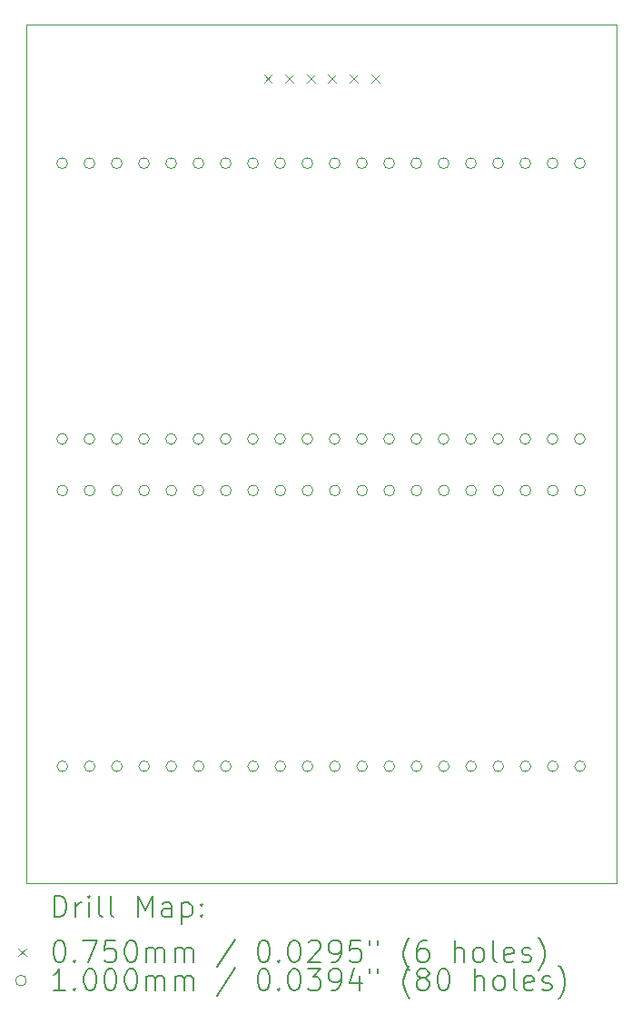
<source format=gbr>
%TF.GenerationSoftware,KiCad,Pcbnew,8.0.5*%
%TF.CreationDate,2025-05-01T20:48:10-04:00*%
%TF.ProjectId,CanSat_Camera_Board,43616e53-6174-45f4-9361-6d6572615f42,rev?*%
%TF.SameCoordinates,Original*%
%TF.FileFunction,Drillmap*%
%TF.FilePolarity,Positive*%
%FSLAX45Y45*%
G04 Gerber Fmt 4.5, Leading zero omitted, Abs format (unit mm)*
G04 Created by KiCad (PCBNEW 8.0.5) date 2025-05-01 20:48:10*
%MOMM*%
%LPD*%
G01*
G04 APERTURE LIST*
%ADD10C,0.050000*%
%ADD11C,0.200000*%
%ADD12C,0.100000*%
G04 APERTURE END LIST*
D10*
X12250000Y-6000000D02*
X17750000Y-6000000D01*
X17750000Y-14000000D01*
X12250000Y-14000000D01*
X12250000Y-6000000D01*
D11*
D12*
X14462500Y-6462500D02*
X14537500Y-6537500D01*
X14537500Y-6462500D02*
X14462500Y-6537500D01*
X14662500Y-6462500D02*
X14737500Y-6537500D01*
X14737500Y-6462500D02*
X14662500Y-6537500D01*
X14862500Y-6462500D02*
X14937500Y-6537500D01*
X14937500Y-6462500D02*
X14862500Y-6537500D01*
X15062500Y-6462500D02*
X15137500Y-6537500D01*
X15137500Y-6462500D02*
X15062500Y-6537500D01*
X15262500Y-6462500D02*
X15337500Y-6537500D01*
X15337500Y-6462500D02*
X15262500Y-6537500D01*
X15462500Y-6462500D02*
X15537500Y-6537500D01*
X15537500Y-6462500D02*
X15462500Y-6537500D01*
X12632000Y-7290000D02*
G75*
G02*
X12532000Y-7290000I-50000J0D01*
G01*
X12532000Y-7290000D02*
G75*
G02*
X12632000Y-7290000I50000J0D01*
G01*
X12632000Y-9860000D02*
G75*
G02*
X12532000Y-9860000I-50000J0D01*
G01*
X12532000Y-9860000D02*
G75*
G02*
X12632000Y-9860000I50000J0D01*
G01*
X12634000Y-10340000D02*
G75*
G02*
X12534000Y-10340000I-50000J0D01*
G01*
X12534000Y-10340000D02*
G75*
G02*
X12634000Y-10340000I50000J0D01*
G01*
X12634000Y-12910000D02*
G75*
G02*
X12534000Y-12910000I-50000J0D01*
G01*
X12534000Y-12910000D02*
G75*
G02*
X12634000Y-12910000I50000J0D01*
G01*
X12886000Y-7290000D02*
G75*
G02*
X12786000Y-7290000I-50000J0D01*
G01*
X12786000Y-7290000D02*
G75*
G02*
X12886000Y-7290000I50000J0D01*
G01*
X12886000Y-9860000D02*
G75*
G02*
X12786000Y-9860000I-50000J0D01*
G01*
X12786000Y-9860000D02*
G75*
G02*
X12886000Y-9860000I50000J0D01*
G01*
X12888000Y-10340000D02*
G75*
G02*
X12788000Y-10340000I-50000J0D01*
G01*
X12788000Y-10340000D02*
G75*
G02*
X12888000Y-10340000I50000J0D01*
G01*
X12888000Y-12910000D02*
G75*
G02*
X12788000Y-12910000I-50000J0D01*
G01*
X12788000Y-12910000D02*
G75*
G02*
X12888000Y-12910000I50000J0D01*
G01*
X13140000Y-7290000D02*
G75*
G02*
X13040000Y-7290000I-50000J0D01*
G01*
X13040000Y-7290000D02*
G75*
G02*
X13140000Y-7290000I50000J0D01*
G01*
X13140000Y-9860000D02*
G75*
G02*
X13040000Y-9860000I-50000J0D01*
G01*
X13040000Y-9860000D02*
G75*
G02*
X13140000Y-9860000I50000J0D01*
G01*
X13142000Y-10340000D02*
G75*
G02*
X13042000Y-10340000I-50000J0D01*
G01*
X13042000Y-10340000D02*
G75*
G02*
X13142000Y-10340000I50000J0D01*
G01*
X13142000Y-12910000D02*
G75*
G02*
X13042000Y-12910000I-50000J0D01*
G01*
X13042000Y-12910000D02*
G75*
G02*
X13142000Y-12910000I50000J0D01*
G01*
X13394000Y-7290000D02*
G75*
G02*
X13294000Y-7290000I-50000J0D01*
G01*
X13294000Y-7290000D02*
G75*
G02*
X13394000Y-7290000I50000J0D01*
G01*
X13394000Y-9860000D02*
G75*
G02*
X13294000Y-9860000I-50000J0D01*
G01*
X13294000Y-9860000D02*
G75*
G02*
X13394000Y-9860000I50000J0D01*
G01*
X13396000Y-10340000D02*
G75*
G02*
X13296000Y-10340000I-50000J0D01*
G01*
X13296000Y-10340000D02*
G75*
G02*
X13396000Y-10340000I50000J0D01*
G01*
X13396000Y-12910000D02*
G75*
G02*
X13296000Y-12910000I-50000J0D01*
G01*
X13296000Y-12910000D02*
G75*
G02*
X13396000Y-12910000I50000J0D01*
G01*
X13648000Y-7290000D02*
G75*
G02*
X13548000Y-7290000I-50000J0D01*
G01*
X13548000Y-7290000D02*
G75*
G02*
X13648000Y-7290000I50000J0D01*
G01*
X13648000Y-9860000D02*
G75*
G02*
X13548000Y-9860000I-50000J0D01*
G01*
X13548000Y-9860000D02*
G75*
G02*
X13648000Y-9860000I50000J0D01*
G01*
X13650000Y-10340000D02*
G75*
G02*
X13550000Y-10340000I-50000J0D01*
G01*
X13550000Y-10340000D02*
G75*
G02*
X13650000Y-10340000I50000J0D01*
G01*
X13650000Y-12910000D02*
G75*
G02*
X13550000Y-12910000I-50000J0D01*
G01*
X13550000Y-12910000D02*
G75*
G02*
X13650000Y-12910000I50000J0D01*
G01*
X13902000Y-7290000D02*
G75*
G02*
X13802000Y-7290000I-50000J0D01*
G01*
X13802000Y-7290000D02*
G75*
G02*
X13902000Y-7290000I50000J0D01*
G01*
X13902000Y-9860000D02*
G75*
G02*
X13802000Y-9860000I-50000J0D01*
G01*
X13802000Y-9860000D02*
G75*
G02*
X13902000Y-9860000I50000J0D01*
G01*
X13904000Y-10340000D02*
G75*
G02*
X13804000Y-10340000I-50000J0D01*
G01*
X13804000Y-10340000D02*
G75*
G02*
X13904000Y-10340000I50000J0D01*
G01*
X13904000Y-12910000D02*
G75*
G02*
X13804000Y-12910000I-50000J0D01*
G01*
X13804000Y-12910000D02*
G75*
G02*
X13904000Y-12910000I50000J0D01*
G01*
X14156000Y-7290000D02*
G75*
G02*
X14056000Y-7290000I-50000J0D01*
G01*
X14056000Y-7290000D02*
G75*
G02*
X14156000Y-7290000I50000J0D01*
G01*
X14156000Y-9860000D02*
G75*
G02*
X14056000Y-9860000I-50000J0D01*
G01*
X14056000Y-9860000D02*
G75*
G02*
X14156000Y-9860000I50000J0D01*
G01*
X14158000Y-10340000D02*
G75*
G02*
X14058000Y-10340000I-50000J0D01*
G01*
X14058000Y-10340000D02*
G75*
G02*
X14158000Y-10340000I50000J0D01*
G01*
X14158000Y-12910000D02*
G75*
G02*
X14058000Y-12910000I-50000J0D01*
G01*
X14058000Y-12910000D02*
G75*
G02*
X14158000Y-12910000I50000J0D01*
G01*
X14410000Y-7290000D02*
G75*
G02*
X14310000Y-7290000I-50000J0D01*
G01*
X14310000Y-7290000D02*
G75*
G02*
X14410000Y-7290000I50000J0D01*
G01*
X14410000Y-9860000D02*
G75*
G02*
X14310000Y-9860000I-50000J0D01*
G01*
X14310000Y-9860000D02*
G75*
G02*
X14410000Y-9860000I50000J0D01*
G01*
X14412000Y-10340000D02*
G75*
G02*
X14312000Y-10340000I-50000J0D01*
G01*
X14312000Y-10340000D02*
G75*
G02*
X14412000Y-10340000I50000J0D01*
G01*
X14412000Y-12910000D02*
G75*
G02*
X14312000Y-12910000I-50000J0D01*
G01*
X14312000Y-12910000D02*
G75*
G02*
X14412000Y-12910000I50000J0D01*
G01*
X14664000Y-7290000D02*
G75*
G02*
X14564000Y-7290000I-50000J0D01*
G01*
X14564000Y-7290000D02*
G75*
G02*
X14664000Y-7290000I50000J0D01*
G01*
X14664000Y-9860000D02*
G75*
G02*
X14564000Y-9860000I-50000J0D01*
G01*
X14564000Y-9860000D02*
G75*
G02*
X14664000Y-9860000I50000J0D01*
G01*
X14666000Y-10340000D02*
G75*
G02*
X14566000Y-10340000I-50000J0D01*
G01*
X14566000Y-10340000D02*
G75*
G02*
X14666000Y-10340000I50000J0D01*
G01*
X14666000Y-12910000D02*
G75*
G02*
X14566000Y-12910000I-50000J0D01*
G01*
X14566000Y-12910000D02*
G75*
G02*
X14666000Y-12910000I50000J0D01*
G01*
X14918000Y-7290000D02*
G75*
G02*
X14818000Y-7290000I-50000J0D01*
G01*
X14818000Y-7290000D02*
G75*
G02*
X14918000Y-7290000I50000J0D01*
G01*
X14918000Y-9860000D02*
G75*
G02*
X14818000Y-9860000I-50000J0D01*
G01*
X14818000Y-9860000D02*
G75*
G02*
X14918000Y-9860000I50000J0D01*
G01*
X14920000Y-10340000D02*
G75*
G02*
X14820000Y-10340000I-50000J0D01*
G01*
X14820000Y-10340000D02*
G75*
G02*
X14920000Y-10340000I50000J0D01*
G01*
X14920000Y-12910000D02*
G75*
G02*
X14820000Y-12910000I-50000J0D01*
G01*
X14820000Y-12910000D02*
G75*
G02*
X14920000Y-12910000I50000J0D01*
G01*
X15172000Y-7290000D02*
G75*
G02*
X15072000Y-7290000I-50000J0D01*
G01*
X15072000Y-7290000D02*
G75*
G02*
X15172000Y-7290000I50000J0D01*
G01*
X15172000Y-9860000D02*
G75*
G02*
X15072000Y-9860000I-50000J0D01*
G01*
X15072000Y-9860000D02*
G75*
G02*
X15172000Y-9860000I50000J0D01*
G01*
X15174000Y-10340000D02*
G75*
G02*
X15074000Y-10340000I-50000J0D01*
G01*
X15074000Y-10340000D02*
G75*
G02*
X15174000Y-10340000I50000J0D01*
G01*
X15174000Y-12910000D02*
G75*
G02*
X15074000Y-12910000I-50000J0D01*
G01*
X15074000Y-12910000D02*
G75*
G02*
X15174000Y-12910000I50000J0D01*
G01*
X15426000Y-7290000D02*
G75*
G02*
X15326000Y-7290000I-50000J0D01*
G01*
X15326000Y-7290000D02*
G75*
G02*
X15426000Y-7290000I50000J0D01*
G01*
X15426000Y-9860000D02*
G75*
G02*
X15326000Y-9860000I-50000J0D01*
G01*
X15326000Y-9860000D02*
G75*
G02*
X15426000Y-9860000I50000J0D01*
G01*
X15428000Y-10340000D02*
G75*
G02*
X15328000Y-10340000I-50000J0D01*
G01*
X15328000Y-10340000D02*
G75*
G02*
X15428000Y-10340000I50000J0D01*
G01*
X15428000Y-12910000D02*
G75*
G02*
X15328000Y-12910000I-50000J0D01*
G01*
X15328000Y-12910000D02*
G75*
G02*
X15428000Y-12910000I50000J0D01*
G01*
X15680000Y-7290000D02*
G75*
G02*
X15580000Y-7290000I-50000J0D01*
G01*
X15580000Y-7290000D02*
G75*
G02*
X15680000Y-7290000I50000J0D01*
G01*
X15680000Y-9860000D02*
G75*
G02*
X15580000Y-9860000I-50000J0D01*
G01*
X15580000Y-9860000D02*
G75*
G02*
X15680000Y-9860000I50000J0D01*
G01*
X15682000Y-10340000D02*
G75*
G02*
X15582000Y-10340000I-50000J0D01*
G01*
X15582000Y-10340000D02*
G75*
G02*
X15682000Y-10340000I50000J0D01*
G01*
X15682000Y-12910000D02*
G75*
G02*
X15582000Y-12910000I-50000J0D01*
G01*
X15582000Y-12910000D02*
G75*
G02*
X15682000Y-12910000I50000J0D01*
G01*
X15934000Y-7290000D02*
G75*
G02*
X15834000Y-7290000I-50000J0D01*
G01*
X15834000Y-7290000D02*
G75*
G02*
X15934000Y-7290000I50000J0D01*
G01*
X15934000Y-9860000D02*
G75*
G02*
X15834000Y-9860000I-50000J0D01*
G01*
X15834000Y-9860000D02*
G75*
G02*
X15934000Y-9860000I50000J0D01*
G01*
X15936000Y-10340000D02*
G75*
G02*
X15836000Y-10340000I-50000J0D01*
G01*
X15836000Y-10340000D02*
G75*
G02*
X15936000Y-10340000I50000J0D01*
G01*
X15936000Y-12910000D02*
G75*
G02*
X15836000Y-12910000I-50000J0D01*
G01*
X15836000Y-12910000D02*
G75*
G02*
X15936000Y-12910000I50000J0D01*
G01*
X16188000Y-7290000D02*
G75*
G02*
X16088000Y-7290000I-50000J0D01*
G01*
X16088000Y-7290000D02*
G75*
G02*
X16188000Y-7290000I50000J0D01*
G01*
X16188000Y-9860000D02*
G75*
G02*
X16088000Y-9860000I-50000J0D01*
G01*
X16088000Y-9860000D02*
G75*
G02*
X16188000Y-9860000I50000J0D01*
G01*
X16190000Y-10340000D02*
G75*
G02*
X16090000Y-10340000I-50000J0D01*
G01*
X16090000Y-10340000D02*
G75*
G02*
X16190000Y-10340000I50000J0D01*
G01*
X16190000Y-12910000D02*
G75*
G02*
X16090000Y-12910000I-50000J0D01*
G01*
X16090000Y-12910000D02*
G75*
G02*
X16190000Y-12910000I50000J0D01*
G01*
X16442000Y-7290000D02*
G75*
G02*
X16342000Y-7290000I-50000J0D01*
G01*
X16342000Y-7290000D02*
G75*
G02*
X16442000Y-7290000I50000J0D01*
G01*
X16442000Y-9860000D02*
G75*
G02*
X16342000Y-9860000I-50000J0D01*
G01*
X16342000Y-9860000D02*
G75*
G02*
X16442000Y-9860000I50000J0D01*
G01*
X16444000Y-10340000D02*
G75*
G02*
X16344000Y-10340000I-50000J0D01*
G01*
X16344000Y-10340000D02*
G75*
G02*
X16444000Y-10340000I50000J0D01*
G01*
X16444000Y-12910000D02*
G75*
G02*
X16344000Y-12910000I-50000J0D01*
G01*
X16344000Y-12910000D02*
G75*
G02*
X16444000Y-12910000I50000J0D01*
G01*
X16696000Y-7290000D02*
G75*
G02*
X16596000Y-7290000I-50000J0D01*
G01*
X16596000Y-7290000D02*
G75*
G02*
X16696000Y-7290000I50000J0D01*
G01*
X16696000Y-9860000D02*
G75*
G02*
X16596000Y-9860000I-50000J0D01*
G01*
X16596000Y-9860000D02*
G75*
G02*
X16696000Y-9860000I50000J0D01*
G01*
X16698000Y-10340000D02*
G75*
G02*
X16598000Y-10340000I-50000J0D01*
G01*
X16598000Y-10340000D02*
G75*
G02*
X16698000Y-10340000I50000J0D01*
G01*
X16698000Y-12910000D02*
G75*
G02*
X16598000Y-12910000I-50000J0D01*
G01*
X16598000Y-12910000D02*
G75*
G02*
X16698000Y-12910000I50000J0D01*
G01*
X16950000Y-7290000D02*
G75*
G02*
X16850000Y-7290000I-50000J0D01*
G01*
X16850000Y-7290000D02*
G75*
G02*
X16950000Y-7290000I50000J0D01*
G01*
X16950000Y-9860000D02*
G75*
G02*
X16850000Y-9860000I-50000J0D01*
G01*
X16850000Y-9860000D02*
G75*
G02*
X16950000Y-9860000I50000J0D01*
G01*
X16952000Y-10340000D02*
G75*
G02*
X16852000Y-10340000I-50000J0D01*
G01*
X16852000Y-10340000D02*
G75*
G02*
X16952000Y-10340000I50000J0D01*
G01*
X16952000Y-12910000D02*
G75*
G02*
X16852000Y-12910000I-50000J0D01*
G01*
X16852000Y-12910000D02*
G75*
G02*
X16952000Y-12910000I50000J0D01*
G01*
X17204000Y-7290000D02*
G75*
G02*
X17104000Y-7290000I-50000J0D01*
G01*
X17104000Y-7290000D02*
G75*
G02*
X17204000Y-7290000I50000J0D01*
G01*
X17204000Y-9860000D02*
G75*
G02*
X17104000Y-9860000I-50000J0D01*
G01*
X17104000Y-9860000D02*
G75*
G02*
X17204000Y-9860000I50000J0D01*
G01*
X17206000Y-10340000D02*
G75*
G02*
X17106000Y-10340000I-50000J0D01*
G01*
X17106000Y-10340000D02*
G75*
G02*
X17206000Y-10340000I50000J0D01*
G01*
X17206000Y-12910000D02*
G75*
G02*
X17106000Y-12910000I-50000J0D01*
G01*
X17106000Y-12910000D02*
G75*
G02*
X17206000Y-12910000I50000J0D01*
G01*
X17458000Y-7290000D02*
G75*
G02*
X17358000Y-7290000I-50000J0D01*
G01*
X17358000Y-7290000D02*
G75*
G02*
X17458000Y-7290000I50000J0D01*
G01*
X17458000Y-9860000D02*
G75*
G02*
X17358000Y-9860000I-50000J0D01*
G01*
X17358000Y-9860000D02*
G75*
G02*
X17458000Y-9860000I50000J0D01*
G01*
X17460000Y-10340000D02*
G75*
G02*
X17360000Y-10340000I-50000J0D01*
G01*
X17360000Y-10340000D02*
G75*
G02*
X17460000Y-10340000I50000J0D01*
G01*
X17460000Y-12910000D02*
G75*
G02*
X17360000Y-12910000I-50000J0D01*
G01*
X17360000Y-12910000D02*
G75*
G02*
X17460000Y-12910000I50000J0D01*
G01*
D11*
X12508277Y-14313984D02*
X12508277Y-14113984D01*
X12508277Y-14113984D02*
X12555896Y-14113984D01*
X12555896Y-14113984D02*
X12584467Y-14123508D01*
X12584467Y-14123508D02*
X12603515Y-14142555D01*
X12603515Y-14142555D02*
X12613039Y-14161603D01*
X12613039Y-14161603D02*
X12622562Y-14199698D01*
X12622562Y-14199698D02*
X12622562Y-14228269D01*
X12622562Y-14228269D02*
X12613039Y-14266365D01*
X12613039Y-14266365D02*
X12603515Y-14285412D01*
X12603515Y-14285412D02*
X12584467Y-14304460D01*
X12584467Y-14304460D02*
X12555896Y-14313984D01*
X12555896Y-14313984D02*
X12508277Y-14313984D01*
X12708277Y-14313984D02*
X12708277Y-14180650D01*
X12708277Y-14218746D02*
X12717801Y-14199698D01*
X12717801Y-14199698D02*
X12727324Y-14190174D01*
X12727324Y-14190174D02*
X12746372Y-14180650D01*
X12746372Y-14180650D02*
X12765420Y-14180650D01*
X12832086Y-14313984D02*
X12832086Y-14180650D01*
X12832086Y-14113984D02*
X12822562Y-14123508D01*
X12822562Y-14123508D02*
X12832086Y-14133031D01*
X12832086Y-14133031D02*
X12841610Y-14123508D01*
X12841610Y-14123508D02*
X12832086Y-14113984D01*
X12832086Y-14113984D02*
X12832086Y-14133031D01*
X12955896Y-14313984D02*
X12936848Y-14304460D01*
X12936848Y-14304460D02*
X12927324Y-14285412D01*
X12927324Y-14285412D02*
X12927324Y-14113984D01*
X13060658Y-14313984D02*
X13041610Y-14304460D01*
X13041610Y-14304460D02*
X13032086Y-14285412D01*
X13032086Y-14285412D02*
X13032086Y-14113984D01*
X13289229Y-14313984D02*
X13289229Y-14113984D01*
X13289229Y-14113984D02*
X13355896Y-14256841D01*
X13355896Y-14256841D02*
X13422562Y-14113984D01*
X13422562Y-14113984D02*
X13422562Y-14313984D01*
X13603515Y-14313984D02*
X13603515Y-14209222D01*
X13603515Y-14209222D02*
X13593991Y-14190174D01*
X13593991Y-14190174D02*
X13574943Y-14180650D01*
X13574943Y-14180650D02*
X13536848Y-14180650D01*
X13536848Y-14180650D02*
X13517801Y-14190174D01*
X13603515Y-14304460D02*
X13584467Y-14313984D01*
X13584467Y-14313984D02*
X13536848Y-14313984D01*
X13536848Y-14313984D02*
X13517801Y-14304460D01*
X13517801Y-14304460D02*
X13508277Y-14285412D01*
X13508277Y-14285412D02*
X13508277Y-14266365D01*
X13508277Y-14266365D02*
X13517801Y-14247317D01*
X13517801Y-14247317D02*
X13536848Y-14237793D01*
X13536848Y-14237793D02*
X13584467Y-14237793D01*
X13584467Y-14237793D02*
X13603515Y-14228269D01*
X13698753Y-14180650D02*
X13698753Y-14380650D01*
X13698753Y-14190174D02*
X13717801Y-14180650D01*
X13717801Y-14180650D02*
X13755896Y-14180650D01*
X13755896Y-14180650D02*
X13774943Y-14190174D01*
X13774943Y-14190174D02*
X13784467Y-14199698D01*
X13784467Y-14199698D02*
X13793991Y-14218746D01*
X13793991Y-14218746D02*
X13793991Y-14275888D01*
X13793991Y-14275888D02*
X13784467Y-14294936D01*
X13784467Y-14294936D02*
X13774943Y-14304460D01*
X13774943Y-14304460D02*
X13755896Y-14313984D01*
X13755896Y-14313984D02*
X13717801Y-14313984D01*
X13717801Y-14313984D02*
X13698753Y-14304460D01*
X13879705Y-14294936D02*
X13889229Y-14304460D01*
X13889229Y-14304460D02*
X13879705Y-14313984D01*
X13879705Y-14313984D02*
X13870182Y-14304460D01*
X13870182Y-14304460D02*
X13879705Y-14294936D01*
X13879705Y-14294936D02*
X13879705Y-14313984D01*
X13879705Y-14190174D02*
X13889229Y-14199698D01*
X13889229Y-14199698D02*
X13879705Y-14209222D01*
X13879705Y-14209222D02*
X13870182Y-14199698D01*
X13870182Y-14199698D02*
X13879705Y-14190174D01*
X13879705Y-14190174D02*
X13879705Y-14209222D01*
D12*
X12172500Y-14605000D02*
X12247500Y-14680000D01*
X12247500Y-14605000D02*
X12172500Y-14680000D01*
D11*
X12546372Y-14533984D02*
X12565420Y-14533984D01*
X12565420Y-14533984D02*
X12584467Y-14543508D01*
X12584467Y-14543508D02*
X12593991Y-14553031D01*
X12593991Y-14553031D02*
X12603515Y-14572079D01*
X12603515Y-14572079D02*
X12613039Y-14610174D01*
X12613039Y-14610174D02*
X12613039Y-14657793D01*
X12613039Y-14657793D02*
X12603515Y-14695888D01*
X12603515Y-14695888D02*
X12593991Y-14714936D01*
X12593991Y-14714936D02*
X12584467Y-14724460D01*
X12584467Y-14724460D02*
X12565420Y-14733984D01*
X12565420Y-14733984D02*
X12546372Y-14733984D01*
X12546372Y-14733984D02*
X12527324Y-14724460D01*
X12527324Y-14724460D02*
X12517801Y-14714936D01*
X12517801Y-14714936D02*
X12508277Y-14695888D01*
X12508277Y-14695888D02*
X12498753Y-14657793D01*
X12498753Y-14657793D02*
X12498753Y-14610174D01*
X12498753Y-14610174D02*
X12508277Y-14572079D01*
X12508277Y-14572079D02*
X12517801Y-14553031D01*
X12517801Y-14553031D02*
X12527324Y-14543508D01*
X12527324Y-14543508D02*
X12546372Y-14533984D01*
X12698753Y-14714936D02*
X12708277Y-14724460D01*
X12708277Y-14724460D02*
X12698753Y-14733984D01*
X12698753Y-14733984D02*
X12689229Y-14724460D01*
X12689229Y-14724460D02*
X12698753Y-14714936D01*
X12698753Y-14714936D02*
X12698753Y-14733984D01*
X12774943Y-14533984D02*
X12908277Y-14533984D01*
X12908277Y-14533984D02*
X12822562Y-14733984D01*
X13079705Y-14533984D02*
X12984467Y-14533984D01*
X12984467Y-14533984D02*
X12974943Y-14629222D01*
X12974943Y-14629222D02*
X12984467Y-14619698D01*
X12984467Y-14619698D02*
X13003515Y-14610174D01*
X13003515Y-14610174D02*
X13051134Y-14610174D01*
X13051134Y-14610174D02*
X13070182Y-14619698D01*
X13070182Y-14619698D02*
X13079705Y-14629222D01*
X13079705Y-14629222D02*
X13089229Y-14648269D01*
X13089229Y-14648269D02*
X13089229Y-14695888D01*
X13089229Y-14695888D02*
X13079705Y-14714936D01*
X13079705Y-14714936D02*
X13070182Y-14724460D01*
X13070182Y-14724460D02*
X13051134Y-14733984D01*
X13051134Y-14733984D02*
X13003515Y-14733984D01*
X13003515Y-14733984D02*
X12984467Y-14724460D01*
X12984467Y-14724460D02*
X12974943Y-14714936D01*
X13213039Y-14533984D02*
X13232086Y-14533984D01*
X13232086Y-14533984D02*
X13251134Y-14543508D01*
X13251134Y-14543508D02*
X13260658Y-14553031D01*
X13260658Y-14553031D02*
X13270182Y-14572079D01*
X13270182Y-14572079D02*
X13279705Y-14610174D01*
X13279705Y-14610174D02*
X13279705Y-14657793D01*
X13279705Y-14657793D02*
X13270182Y-14695888D01*
X13270182Y-14695888D02*
X13260658Y-14714936D01*
X13260658Y-14714936D02*
X13251134Y-14724460D01*
X13251134Y-14724460D02*
X13232086Y-14733984D01*
X13232086Y-14733984D02*
X13213039Y-14733984D01*
X13213039Y-14733984D02*
X13193991Y-14724460D01*
X13193991Y-14724460D02*
X13184467Y-14714936D01*
X13184467Y-14714936D02*
X13174943Y-14695888D01*
X13174943Y-14695888D02*
X13165420Y-14657793D01*
X13165420Y-14657793D02*
X13165420Y-14610174D01*
X13165420Y-14610174D02*
X13174943Y-14572079D01*
X13174943Y-14572079D02*
X13184467Y-14553031D01*
X13184467Y-14553031D02*
X13193991Y-14543508D01*
X13193991Y-14543508D02*
X13213039Y-14533984D01*
X13365420Y-14733984D02*
X13365420Y-14600650D01*
X13365420Y-14619698D02*
X13374943Y-14610174D01*
X13374943Y-14610174D02*
X13393991Y-14600650D01*
X13393991Y-14600650D02*
X13422563Y-14600650D01*
X13422563Y-14600650D02*
X13441610Y-14610174D01*
X13441610Y-14610174D02*
X13451134Y-14629222D01*
X13451134Y-14629222D02*
X13451134Y-14733984D01*
X13451134Y-14629222D02*
X13460658Y-14610174D01*
X13460658Y-14610174D02*
X13479705Y-14600650D01*
X13479705Y-14600650D02*
X13508277Y-14600650D01*
X13508277Y-14600650D02*
X13527324Y-14610174D01*
X13527324Y-14610174D02*
X13536848Y-14629222D01*
X13536848Y-14629222D02*
X13536848Y-14733984D01*
X13632086Y-14733984D02*
X13632086Y-14600650D01*
X13632086Y-14619698D02*
X13641610Y-14610174D01*
X13641610Y-14610174D02*
X13660658Y-14600650D01*
X13660658Y-14600650D02*
X13689229Y-14600650D01*
X13689229Y-14600650D02*
X13708277Y-14610174D01*
X13708277Y-14610174D02*
X13717801Y-14629222D01*
X13717801Y-14629222D02*
X13717801Y-14733984D01*
X13717801Y-14629222D02*
X13727324Y-14610174D01*
X13727324Y-14610174D02*
X13746372Y-14600650D01*
X13746372Y-14600650D02*
X13774943Y-14600650D01*
X13774943Y-14600650D02*
X13793991Y-14610174D01*
X13793991Y-14610174D02*
X13803515Y-14629222D01*
X13803515Y-14629222D02*
X13803515Y-14733984D01*
X14193991Y-14524460D02*
X14022563Y-14781603D01*
X14451134Y-14533984D02*
X14470182Y-14533984D01*
X14470182Y-14533984D02*
X14489229Y-14543508D01*
X14489229Y-14543508D02*
X14498753Y-14553031D01*
X14498753Y-14553031D02*
X14508277Y-14572079D01*
X14508277Y-14572079D02*
X14517801Y-14610174D01*
X14517801Y-14610174D02*
X14517801Y-14657793D01*
X14517801Y-14657793D02*
X14508277Y-14695888D01*
X14508277Y-14695888D02*
X14498753Y-14714936D01*
X14498753Y-14714936D02*
X14489229Y-14724460D01*
X14489229Y-14724460D02*
X14470182Y-14733984D01*
X14470182Y-14733984D02*
X14451134Y-14733984D01*
X14451134Y-14733984D02*
X14432086Y-14724460D01*
X14432086Y-14724460D02*
X14422563Y-14714936D01*
X14422563Y-14714936D02*
X14413039Y-14695888D01*
X14413039Y-14695888D02*
X14403515Y-14657793D01*
X14403515Y-14657793D02*
X14403515Y-14610174D01*
X14403515Y-14610174D02*
X14413039Y-14572079D01*
X14413039Y-14572079D02*
X14422563Y-14553031D01*
X14422563Y-14553031D02*
X14432086Y-14543508D01*
X14432086Y-14543508D02*
X14451134Y-14533984D01*
X14603515Y-14714936D02*
X14613039Y-14724460D01*
X14613039Y-14724460D02*
X14603515Y-14733984D01*
X14603515Y-14733984D02*
X14593991Y-14724460D01*
X14593991Y-14724460D02*
X14603515Y-14714936D01*
X14603515Y-14714936D02*
X14603515Y-14733984D01*
X14736848Y-14533984D02*
X14755896Y-14533984D01*
X14755896Y-14533984D02*
X14774944Y-14543508D01*
X14774944Y-14543508D02*
X14784467Y-14553031D01*
X14784467Y-14553031D02*
X14793991Y-14572079D01*
X14793991Y-14572079D02*
X14803515Y-14610174D01*
X14803515Y-14610174D02*
X14803515Y-14657793D01*
X14803515Y-14657793D02*
X14793991Y-14695888D01*
X14793991Y-14695888D02*
X14784467Y-14714936D01*
X14784467Y-14714936D02*
X14774944Y-14724460D01*
X14774944Y-14724460D02*
X14755896Y-14733984D01*
X14755896Y-14733984D02*
X14736848Y-14733984D01*
X14736848Y-14733984D02*
X14717801Y-14724460D01*
X14717801Y-14724460D02*
X14708277Y-14714936D01*
X14708277Y-14714936D02*
X14698753Y-14695888D01*
X14698753Y-14695888D02*
X14689229Y-14657793D01*
X14689229Y-14657793D02*
X14689229Y-14610174D01*
X14689229Y-14610174D02*
X14698753Y-14572079D01*
X14698753Y-14572079D02*
X14708277Y-14553031D01*
X14708277Y-14553031D02*
X14717801Y-14543508D01*
X14717801Y-14543508D02*
X14736848Y-14533984D01*
X14879706Y-14553031D02*
X14889229Y-14543508D01*
X14889229Y-14543508D02*
X14908277Y-14533984D01*
X14908277Y-14533984D02*
X14955896Y-14533984D01*
X14955896Y-14533984D02*
X14974944Y-14543508D01*
X14974944Y-14543508D02*
X14984467Y-14553031D01*
X14984467Y-14553031D02*
X14993991Y-14572079D01*
X14993991Y-14572079D02*
X14993991Y-14591127D01*
X14993991Y-14591127D02*
X14984467Y-14619698D01*
X14984467Y-14619698D02*
X14870182Y-14733984D01*
X14870182Y-14733984D02*
X14993991Y-14733984D01*
X15089229Y-14733984D02*
X15127325Y-14733984D01*
X15127325Y-14733984D02*
X15146372Y-14724460D01*
X15146372Y-14724460D02*
X15155896Y-14714936D01*
X15155896Y-14714936D02*
X15174944Y-14686365D01*
X15174944Y-14686365D02*
X15184467Y-14648269D01*
X15184467Y-14648269D02*
X15184467Y-14572079D01*
X15184467Y-14572079D02*
X15174944Y-14553031D01*
X15174944Y-14553031D02*
X15165420Y-14543508D01*
X15165420Y-14543508D02*
X15146372Y-14533984D01*
X15146372Y-14533984D02*
X15108277Y-14533984D01*
X15108277Y-14533984D02*
X15089229Y-14543508D01*
X15089229Y-14543508D02*
X15079706Y-14553031D01*
X15079706Y-14553031D02*
X15070182Y-14572079D01*
X15070182Y-14572079D02*
X15070182Y-14619698D01*
X15070182Y-14619698D02*
X15079706Y-14638746D01*
X15079706Y-14638746D02*
X15089229Y-14648269D01*
X15089229Y-14648269D02*
X15108277Y-14657793D01*
X15108277Y-14657793D02*
X15146372Y-14657793D01*
X15146372Y-14657793D02*
X15165420Y-14648269D01*
X15165420Y-14648269D02*
X15174944Y-14638746D01*
X15174944Y-14638746D02*
X15184467Y-14619698D01*
X15365420Y-14533984D02*
X15270182Y-14533984D01*
X15270182Y-14533984D02*
X15260658Y-14629222D01*
X15260658Y-14629222D02*
X15270182Y-14619698D01*
X15270182Y-14619698D02*
X15289229Y-14610174D01*
X15289229Y-14610174D02*
X15336848Y-14610174D01*
X15336848Y-14610174D02*
X15355896Y-14619698D01*
X15355896Y-14619698D02*
X15365420Y-14629222D01*
X15365420Y-14629222D02*
X15374944Y-14648269D01*
X15374944Y-14648269D02*
X15374944Y-14695888D01*
X15374944Y-14695888D02*
X15365420Y-14714936D01*
X15365420Y-14714936D02*
X15355896Y-14724460D01*
X15355896Y-14724460D02*
X15336848Y-14733984D01*
X15336848Y-14733984D02*
X15289229Y-14733984D01*
X15289229Y-14733984D02*
X15270182Y-14724460D01*
X15270182Y-14724460D02*
X15260658Y-14714936D01*
X15451134Y-14533984D02*
X15451134Y-14572079D01*
X15527325Y-14533984D02*
X15527325Y-14572079D01*
X15822563Y-14810174D02*
X15813039Y-14800650D01*
X15813039Y-14800650D02*
X15793991Y-14772079D01*
X15793991Y-14772079D02*
X15784468Y-14753031D01*
X15784468Y-14753031D02*
X15774944Y-14724460D01*
X15774944Y-14724460D02*
X15765420Y-14676841D01*
X15765420Y-14676841D02*
X15765420Y-14638746D01*
X15765420Y-14638746D02*
X15774944Y-14591127D01*
X15774944Y-14591127D02*
X15784468Y-14562555D01*
X15784468Y-14562555D02*
X15793991Y-14543508D01*
X15793991Y-14543508D02*
X15813039Y-14514936D01*
X15813039Y-14514936D02*
X15822563Y-14505412D01*
X15984468Y-14533984D02*
X15946372Y-14533984D01*
X15946372Y-14533984D02*
X15927325Y-14543508D01*
X15927325Y-14543508D02*
X15917801Y-14553031D01*
X15917801Y-14553031D02*
X15898753Y-14581603D01*
X15898753Y-14581603D02*
X15889229Y-14619698D01*
X15889229Y-14619698D02*
X15889229Y-14695888D01*
X15889229Y-14695888D02*
X15898753Y-14714936D01*
X15898753Y-14714936D02*
X15908277Y-14724460D01*
X15908277Y-14724460D02*
X15927325Y-14733984D01*
X15927325Y-14733984D02*
X15965420Y-14733984D01*
X15965420Y-14733984D02*
X15984468Y-14724460D01*
X15984468Y-14724460D02*
X15993991Y-14714936D01*
X15993991Y-14714936D02*
X16003515Y-14695888D01*
X16003515Y-14695888D02*
X16003515Y-14648269D01*
X16003515Y-14648269D02*
X15993991Y-14629222D01*
X15993991Y-14629222D02*
X15984468Y-14619698D01*
X15984468Y-14619698D02*
X15965420Y-14610174D01*
X15965420Y-14610174D02*
X15927325Y-14610174D01*
X15927325Y-14610174D02*
X15908277Y-14619698D01*
X15908277Y-14619698D02*
X15898753Y-14629222D01*
X15898753Y-14629222D02*
X15889229Y-14648269D01*
X16241610Y-14733984D02*
X16241610Y-14533984D01*
X16327325Y-14733984D02*
X16327325Y-14629222D01*
X16327325Y-14629222D02*
X16317801Y-14610174D01*
X16317801Y-14610174D02*
X16298753Y-14600650D01*
X16298753Y-14600650D02*
X16270182Y-14600650D01*
X16270182Y-14600650D02*
X16251134Y-14610174D01*
X16251134Y-14610174D02*
X16241610Y-14619698D01*
X16451134Y-14733984D02*
X16432087Y-14724460D01*
X16432087Y-14724460D02*
X16422563Y-14714936D01*
X16422563Y-14714936D02*
X16413039Y-14695888D01*
X16413039Y-14695888D02*
X16413039Y-14638746D01*
X16413039Y-14638746D02*
X16422563Y-14619698D01*
X16422563Y-14619698D02*
X16432087Y-14610174D01*
X16432087Y-14610174D02*
X16451134Y-14600650D01*
X16451134Y-14600650D02*
X16479706Y-14600650D01*
X16479706Y-14600650D02*
X16498753Y-14610174D01*
X16498753Y-14610174D02*
X16508277Y-14619698D01*
X16508277Y-14619698D02*
X16517801Y-14638746D01*
X16517801Y-14638746D02*
X16517801Y-14695888D01*
X16517801Y-14695888D02*
X16508277Y-14714936D01*
X16508277Y-14714936D02*
X16498753Y-14724460D01*
X16498753Y-14724460D02*
X16479706Y-14733984D01*
X16479706Y-14733984D02*
X16451134Y-14733984D01*
X16632087Y-14733984D02*
X16613039Y-14724460D01*
X16613039Y-14724460D02*
X16603515Y-14705412D01*
X16603515Y-14705412D02*
X16603515Y-14533984D01*
X16784468Y-14724460D02*
X16765420Y-14733984D01*
X16765420Y-14733984D02*
X16727325Y-14733984D01*
X16727325Y-14733984D02*
X16708277Y-14724460D01*
X16708277Y-14724460D02*
X16698753Y-14705412D01*
X16698753Y-14705412D02*
X16698753Y-14629222D01*
X16698753Y-14629222D02*
X16708277Y-14610174D01*
X16708277Y-14610174D02*
X16727325Y-14600650D01*
X16727325Y-14600650D02*
X16765420Y-14600650D01*
X16765420Y-14600650D02*
X16784468Y-14610174D01*
X16784468Y-14610174D02*
X16793992Y-14629222D01*
X16793992Y-14629222D02*
X16793992Y-14648269D01*
X16793992Y-14648269D02*
X16698753Y-14667317D01*
X16870182Y-14724460D02*
X16889230Y-14733984D01*
X16889230Y-14733984D02*
X16927325Y-14733984D01*
X16927325Y-14733984D02*
X16946373Y-14724460D01*
X16946373Y-14724460D02*
X16955896Y-14705412D01*
X16955896Y-14705412D02*
X16955896Y-14695888D01*
X16955896Y-14695888D02*
X16946373Y-14676841D01*
X16946373Y-14676841D02*
X16927325Y-14667317D01*
X16927325Y-14667317D02*
X16898753Y-14667317D01*
X16898753Y-14667317D02*
X16879706Y-14657793D01*
X16879706Y-14657793D02*
X16870182Y-14638746D01*
X16870182Y-14638746D02*
X16870182Y-14629222D01*
X16870182Y-14629222D02*
X16879706Y-14610174D01*
X16879706Y-14610174D02*
X16898753Y-14600650D01*
X16898753Y-14600650D02*
X16927325Y-14600650D01*
X16927325Y-14600650D02*
X16946373Y-14610174D01*
X17022563Y-14810174D02*
X17032087Y-14800650D01*
X17032087Y-14800650D02*
X17051134Y-14772079D01*
X17051134Y-14772079D02*
X17060658Y-14753031D01*
X17060658Y-14753031D02*
X17070182Y-14724460D01*
X17070182Y-14724460D02*
X17079706Y-14676841D01*
X17079706Y-14676841D02*
X17079706Y-14638746D01*
X17079706Y-14638746D02*
X17070182Y-14591127D01*
X17070182Y-14591127D02*
X17060658Y-14562555D01*
X17060658Y-14562555D02*
X17051134Y-14543508D01*
X17051134Y-14543508D02*
X17032087Y-14514936D01*
X17032087Y-14514936D02*
X17022563Y-14505412D01*
D12*
X12247500Y-14906500D02*
G75*
G02*
X12147500Y-14906500I-50000J0D01*
G01*
X12147500Y-14906500D02*
G75*
G02*
X12247500Y-14906500I50000J0D01*
G01*
D11*
X12613039Y-14997984D02*
X12498753Y-14997984D01*
X12555896Y-14997984D02*
X12555896Y-14797984D01*
X12555896Y-14797984D02*
X12536848Y-14826555D01*
X12536848Y-14826555D02*
X12517801Y-14845603D01*
X12517801Y-14845603D02*
X12498753Y-14855127D01*
X12698753Y-14978936D02*
X12708277Y-14988460D01*
X12708277Y-14988460D02*
X12698753Y-14997984D01*
X12698753Y-14997984D02*
X12689229Y-14988460D01*
X12689229Y-14988460D02*
X12698753Y-14978936D01*
X12698753Y-14978936D02*
X12698753Y-14997984D01*
X12832086Y-14797984D02*
X12851134Y-14797984D01*
X12851134Y-14797984D02*
X12870182Y-14807508D01*
X12870182Y-14807508D02*
X12879705Y-14817031D01*
X12879705Y-14817031D02*
X12889229Y-14836079D01*
X12889229Y-14836079D02*
X12898753Y-14874174D01*
X12898753Y-14874174D02*
X12898753Y-14921793D01*
X12898753Y-14921793D02*
X12889229Y-14959888D01*
X12889229Y-14959888D02*
X12879705Y-14978936D01*
X12879705Y-14978936D02*
X12870182Y-14988460D01*
X12870182Y-14988460D02*
X12851134Y-14997984D01*
X12851134Y-14997984D02*
X12832086Y-14997984D01*
X12832086Y-14997984D02*
X12813039Y-14988460D01*
X12813039Y-14988460D02*
X12803515Y-14978936D01*
X12803515Y-14978936D02*
X12793991Y-14959888D01*
X12793991Y-14959888D02*
X12784467Y-14921793D01*
X12784467Y-14921793D02*
X12784467Y-14874174D01*
X12784467Y-14874174D02*
X12793991Y-14836079D01*
X12793991Y-14836079D02*
X12803515Y-14817031D01*
X12803515Y-14817031D02*
X12813039Y-14807508D01*
X12813039Y-14807508D02*
X12832086Y-14797984D01*
X13022562Y-14797984D02*
X13041610Y-14797984D01*
X13041610Y-14797984D02*
X13060658Y-14807508D01*
X13060658Y-14807508D02*
X13070182Y-14817031D01*
X13070182Y-14817031D02*
X13079705Y-14836079D01*
X13079705Y-14836079D02*
X13089229Y-14874174D01*
X13089229Y-14874174D02*
X13089229Y-14921793D01*
X13089229Y-14921793D02*
X13079705Y-14959888D01*
X13079705Y-14959888D02*
X13070182Y-14978936D01*
X13070182Y-14978936D02*
X13060658Y-14988460D01*
X13060658Y-14988460D02*
X13041610Y-14997984D01*
X13041610Y-14997984D02*
X13022562Y-14997984D01*
X13022562Y-14997984D02*
X13003515Y-14988460D01*
X13003515Y-14988460D02*
X12993991Y-14978936D01*
X12993991Y-14978936D02*
X12984467Y-14959888D01*
X12984467Y-14959888D02*
X12974943Y-14921793D01*
X12974943Y-14921793D02*
X12974943Y-14874174D01*
X12974943Y-14874174D02*
X12984467Y-14836079D01*
X12984467Y-14836079D02*
X12993991Y-14817031D01*
X12993991Y-14817031D02*
X13003515Y-14807508D01*
X13003515Y-14807508D02*
X13022562Y-14797984D01*
X13213039Y-14797984D02*
X13232086Y-14797984D01*
X13232086Y-14797984D02*
X13251134Y-14807508D01*
X13251134Y-14807508D02*
X13260658Y-14817031D01*
X13260658Y-14817031D02*
X13270182Y-14836079D01*
X13270182Y-14836079D02*
X13279705Y-14874174D01*
X13279705Y-14874174D02*
X13279705Y-14921793D01*
X13279705Y-14921793D02*
X13270182Y-14959888D01*
X13270182Y-14959888D02*
X13260658Y-14978936D01*
X13260658Y-14978936D02*
X13251134Y-14988460D01*
X13251134Y-14988460D02*
X13232086Y-14997984D01*
X13232086Y-14997984D02*
X13213039Y-14997984D01*
X13213039Y-14997984D02*
X13193991Y-14988460D01*
X13193991Y-14988460D02*
X13184467Y-14978936D01*
X13184467Y-14978936D02*
X13174943Y-14959888D01*
X13174943Y-14959888D02*
X13165420Y-14921793D01*
X13165420Y-14921793D02*
X13165420Y-14874174D01*
X13165420Y-14874174D02*
X13174943Y-14836079D01*
X13174943Y-14836079D02*
X13184467Y-14817031D01*
X13184467Y-14817031D02*
X13193991Y-14807508D01*
X13193991Y-14807508D02*
X13213039Y-14797984D01*
X13365420Y-14997984D02*
X13365420Y-14864650D01*
X13365420Y-14883698D02*
X13374943Y-14874174D01*
X13374943Y-14874174D02*
X13393991Y-14864650D01*
X13393991Y-14864650D02*
X13422563Y-14864650D01*
X13422563Y-14864650D02*
X13441610Y-14874174D01*
X13441610Y-14874174D02*
X13451134Y-14893222D01*
X13451134Y-14893222D02*
X13451134Y-14997984D01*
X13451134Y-14893222D02*
X13460658Y-14874174D01*
X13460658Y-14874174D02*
X13479705Y-14864650D01*
X13479705Y-14864650D02*
X13508277Y-14864650D01*
X13508277Y-14864650D02*
X13527324Y-14874174D01*
X13527324Y-14874174D02*
X13536848Y-14893222D01*
X13536848Y-14893222D02*
X13536848Y-14997984D01*
X13632086Y-14997984D02*
X13632086Y-14864650D01*
X13632086Y-14883698D02*
X13641610Y-14874174D01*
X13641610Y-14874174D02*
X13660658Y-14864650D01*
X13660658Y-14864650D02*
X13689229Y-14864650D01*
X13689229Y-14864650D02*
X13708277Y-14874174D01*
X13708277Y-14874174D02*
X13717801Y-14893222D01*
X13717801Y-14893222D02*
X13717801Y-14997984D01*
X13717801Y-14893222D02*
X13727324Y-14874174D01*
X13727324Y-14874174D02*
X13746372Y-14864650D01*
X13746372Y-14864650D02*
X13774943Y-14864650D01*
X13774943Y-14864650D02*
X13793991Y-14874174D01*
X13793991Y-14874174D02*
X13803515Y-14893222D01*
X13803515Y-14893222D02*
X13803515Y-14997984D01*
X14193991Y-14788460D02*
X14022563Y-15045603D01*
X14451134Y-14797984D02*
X14470182Y-14797984D01*
X14470182Y-14797984D02*
X14489229Y-14807508D01*
X14489229Y-14807508D02*
X14498753Y-14817031D01*
X14498753Y-14817031D02*
X14508277Y-14836079D01*
X14508277Y-14836079D02*
X14517801Y-14874174D01*
X14517801Y-14874174D02*
X14517801Y-14921793D01*
X14517801Y-14921793D02*
X14508277Y-14959888D01*
X14508277Y-14959888D02*
X14498753Y-14978936D01*
X14498753Y-14978936D02*
X14489229Y-14988460D01*
X14489229Y-14988460D02*
X14470182Y-14997984D01*
X14470182Y-14997984D02*
X14451134Y-14997984D01*
X14451134Y-14997984D02*
X14432086Y-14988460D01*
X14432086Y-14988460D02*
X14422563Y-14978936D01*
X14422563Y-14978936D02*
X14413039Y-14959888D01*
X14413039Y-14959888D02*
X14403515Y-14921793D01*
X14403515Y-14921793D02*
X14403515Y-14874174D01*
X14403515Y-14874174D02*
X14413039Y-14836079D01*
X14413039Y-14836079D02*
X14422563Y-14817031D01*
X14422563Y-14817031D02*
X14432086Y-14807508D01*
X14432086Y-14807508D02*
X14451134Y-14797984D01*
X14603515Y-14978936D02*
X14613039Y-14988460D01*
X14613039Y-14988460D02*
X14603515Y-14997984D01*
X14603515Y-14997984D02*
X14593991Y-14988460D01*
X14593991Y-14988460D02*
X14603515Y-14978936D01*
X14603515Y-14978936D02*
X14603515Y-14997984D01*
X14736848Y-14797984D02*
X14755896Y-14797984D01*
X14755896Y-14797984D02*
X14774944Y-14807508D01*
X14774944Y-14807508D02*
X14784467Y-14817031D01*
X14784467Y-14817031D02*
X14793991Y-14836079D01*
X14793991Y-14836079D02*
X14803515Y-14874174D01*
X14803515Y-14874174D02*
X14803515Y-14921793D01*
X14803515Y-14921793D02*
X14793991Y-14959888D01*
X14793991Y-14959888D02*
X14784467Y-14978936D01*
X14784467Y-14978936D02*
X14774944Y-14988460D01*
X14774944Y-14988460D02*
X14755896Y-14997984D01*
X14755896Y-14997984D02*
X14736848Y-14997984D01*
X14736848Y-14997984D02*
X14717801Y-14988460D01*
X14717801Y-14988460D02*
X14708277Y-14978936D01*
X14708277Y-14978936D02*
X14698753Y-14959888D01*
X14698753Y-14959888D02*
X14689229Y-14921793D01*
X14689229Y-14921793D02*
X14689229Y-14874174D01*
X14689229Y-14874174D02*
X14698753Y-14836079D01*
X14698753Y-14836079D02*
X14708277Y-14817031D01*
X14708277Y-14817031D02*
X14717801Y-14807508D01*
X14717801Y-14807508D02*
X14736848Y-14797984D01*
X14870182Y-14797984D02*
X14993991Y-14797984D01*
X14993991Y-14797984D02*
X14927325Y-14874174D01*
X14927325Y-14874174D02*
X14955896Y-14874174D01*
X14955896Y-14874174D02*
X14974944Y-14883698D01*
X14974944Y-14883698D02*
X14984467Y-14893222D01*
X14984467Y-14893222D02*
X14993991Y-14912269D01*
X14993991Y-14912269D02*
X14993991Y-14959888D01*
X14993991Y-14959888D02*
X14984467Y-14978936D01*
X14984467Y-14978936D02*
X14974944Y-14988460D01*
X14974944Y-14988460D02*
X14955896Y-14997984D01*
X14955896Y-14997984D02*
X14898753Y-14997984D01*
X14898753Y-14997984D02*
X14879706Y-14988460D01*
X14879706Y-14988460D02*
X14870182Y-14978936D01*
X15089229Y-14997984D02*
X15127325Y-14997984D01*
X15127325Y-14997984D02*
X15146372Y-14988460D01*
X15146372Y-14988460D02*
X15155896Y-14978936D01*
X15155896Y-14978936D02*
X15174944Y-14950365D01*
X15174944Y-14950365D02*
X15184467Y-14912269D01*
X15184467Y-14912269D02*
X15184467Y-14836079D01*
X15184467Y-14836079D02*
X15174944Y-14817031D01*
X15174944Y-14817031D02*
X15165420Y-14807508D01*
X15165420Y-14807508D02*
X15146372Y-14797984D01*
X15146372Y-14797984D02*
X15108277Y-14797984D01*
X15108277Y-14797984D02*
X15089229Y-14807508D01*
X15089229Y-14807508D02*
X15079706Y-14817031D01*
X15079706Y-14817031D02*
X15070182Y-14836079D01*
X15070182Y-14836079D02*
X15070182Y-14883698D01*
X15070182Y-14883698D02*
X15079706Y-14902746D01*
X15079706Y-14902746D02*
X15089229Y-14912269D01*
X15089229Y-14912269D02*
X15108277Y-14921793D01*
X15108277Y-14921793D02*
X15146372Y-14921793D01*
X15146372Y-14921793D02*
X15165420Y-14912269D01*
X15165420Y-14912269D02*
X15174944Y-14902746D01*
X15174944Y-14902746D02*
X15184467Y-14883698D01*
X15355896Y-14864650D02*
X15355896Y-14997984D01*
X15308277Y-14788460D02*
X15260658Y-14931317D01*
X15260658Y-14931317D02*
X15384467Y-14931317D01*
X15451134Y-14797984D02*
X15451134Y-14836079D01*
X15527325Y-14797984D02*
X15527325Y-14836079D01*
X15822563Y-15074174D02*
X15813039Y-15064650D01*
X15813039Y-15064650D02*
X15793991Y-15036079D01*
X15793991Y-15036079D02*
X15784468Y-15017031D01*
X15784468Y-15017031D02*
X15774944Y-14988460D01*
X15774944Y-14988460D02*
X15765420Y-14940841D01*
X15765420Y-14940841D02*
X15765420Y-14902746D01*
X15765420Y-14902746D02*
X15774944Y-14855127D01*
X15774944Y-14855127D02*
X15784468Y-14826555D01*
X15784468Y-14826555D02*
X15793991Y-14807508D01*
X15793991Y-14807508D02*
X15813039Y-14778936D01*
X15813039Y-14778936D02*
X15822563Y-14769412D01*
X15927325Y-14883698D02*
X15908277Y-14874174D01*
X15908277Y-14874174D02*
X15898753Y-14864650D01*
X15898753Y-14864650D02*
X15889229Y-14845603D01*
X15889229Y-14845603D02*
X15889229Y-14836079D01*
X15889229Y-14836079D02*
X15898753Y-14817031D01*
X15898753Y-14817031D02*
X15908277Y-14807508D01*
X15908277Y-14807508D02*
X15927325Y-14797984D01*
X15927325Y-14797984D02*
X15965420Y-14797984D01*
X15965420Y-14797984D02*
X15984468Y-14807508D01*
X15984468Y-14807508D02*
X15993991Y-14817031D01*
X15993991Y-14817031D02*
X16003515Y-14836079D01*
X16003515Y-14836079D02*
X16003515Y-14845603D01*
X16003515Y-14845603D02*
X15993991Y-14864650D01*
X15993991Y-14864650D02*
X15984468Y-14874174D01*
X15984468Y-14874174D02*
X15965420Y-14883698D01*
X15965420Y-14883698D02*
X15927325Y-14883698D01*
X15927325Y-14883698D02*
X15908277Y-14893222D01*
X15908277Y-14893222D02*
X15898753Y-14902746D01*
X15898753Y-14902746D02*
X15889229Y-14921793D01*
X15889229Y-14921793D02*
X15889229Y-14959888D01*
X15889229Y-14959888D02*
X15898753Y-14978936D01*
X15898753Y-14978936D02*
X15908277Y-14988460D01*
X15908277Y-14988460D02*
X15927325Y-14997984D01*
X15927325Y-14997984D02*
X15965420Y-14997984D01*
X15965420Y-14997984D02*
X15984468Y-14988460D01*
X15984468Y-14988460D02*
X15993991Y-14978936D01*
X15993991Y-14978936D02*
X16003515Y-14959888D01*
X16003515Y-14959888D02*
X16003515Y-14921793D01*
X16003515Y-14921793D02*
X15993991Y-14902746D01*
X15993991Y-14902746D02*
X15984468Y-14893222D01*
X15984468Y-14893222D02*
X15965420Y-14883698D01*
X16127325Y-14797984D02*
X16146372Y-14797984D01*
X16146372Y-14797984D02*
X16165420Y-14807508D01*
X16165420Y-14807508D02*
X16174944Y-14817031D01*
X16174944Y-14817031D02*
X16184468Y-14836079D01*
X16184468Y-14836079D02*
X16193991Y-14874174D01*
X16193991Y-14874174D02*
X16193991Y-14921793D01*
X16193991Y-14921793D02*
X16184468Y-14959888D01*
X16184468Y-14959888D02*
X16174944Y-14978936D01*
X16174944Y-14978936D02*
X16165420Y-14988460D01*
X16165420Y-14988460D02*
X16146372Y-14997984D01*
X16146372Y-14997984D02*
X16127325Y-14997984D01*
X16127325Y-14997984D02*
X16108277Y-14988460D01*
X16108277Y-14988460D02*
X16098753Y-14978936D01*
X16098753Y-14978936D02*
X16089229Y-14959888D01*
X16089229Y-14959888D02*
X16079706Y-14921793D01*
X16079706Y-14921793D02*
X16079706Y-14874174D01*
X16079706Y-14874174D02*
X16089229Y-14836079D01*
X16089229Y-14836079D02*
X16098753Y-14817031D01*
X16098753Y-14817031D02*
X16108277Y-14807508D01*
X16108277Y-14807508D02*
X16127325Y-14797984D01*
X16432087Y-14997984D02*
X16432087Y-14797984D01*
X16517801Y-14997984D02*
X16517801Y-14893222D01*
X16517801Y-14893222D02*
X16508277Y-14874174D01*
X16508277Y-14874174D02*
X16489230Y-14864650D01*
X16489230Y-14864650D02*
X16460658Y-14864650D01*
X16460658Y-14864650D02*
X16441610Y-14874174D01*
X16441610Y-14874174D02*
X16432087Y-14883698D01*
X16641610Y-14997984D02*
X16622563Y-14988460D01*
X16622563Y-14988460D02*
X16613039Y-14978936D01*
X16613039Y-14978936D02*
X16603515Y-14959888D01*
X16603515Y-14959888D02*
X16603515Y-14902746D01*
X16603515Y-14902746D02*
X16613039Y-14883698D01*
X16613039Y-14883698D02*
X16622563Y-14874174D01*
X16622563Y-14874174D02*
X16641610Y-14864650D01*
X16641610Y-14864650D02*
X16670182Y-14864650D01*
X16670182Y-14864650D02*
X16689230Y-14874174D01*
X16689230Y-14874174D02*
X16698753Y-14883698D01*
X16698753Y-14883698D02*
X16708277Y-14902746D01*
X16708277Y-14902746D02*
X16708277Y-14959888D01*
X16708277Y-14959888D02*
X16698753Y-14978936D01*
X16698753Y-14978936D02*
X16689230Y-14988460D01*
X16689230Y-14988460D02*
X16670182Y-14997984D01*
X16670182Y-14997984D02*
X16641610Y-14997984D01*
X16822563Y-14997984D02*
X16803515Y-14988460D01*
X16803515Y-14988460D02*
X16793992Y-14969412D01*
X16793992Y-14969412D02*
X16793992Y-14797984D01*
X16974944Y-14988460D02*
X16955896Y-14997984D01*
X16955896Y-14997984D02*
X16917801Y-14997984D01*
X16917801Y-14997984D02*
X16898753Y-14988460D01*
X16898753Y-14988460D02*
X16889230Y-14969412D01*
X16889230Y-14969412D02*
X16889230Y-14893222D01*
X16889230Y-14893222D02*
X16898753Y-14874174D01*
X16898753Y-14874174D02*
X16917801Y-14864650D01*
X16917801Y-14864650D02*
X16955896Y-14864650D01*
X16955896Y-14864650D02*
X16974944Y-14874174D01*
X16974944Y-14874174D02*
X16984468Y-14893222D01*
X16984468Y-14893222D02*
X16984468Y-14912269D01*
X16984468Y-14912269D02*
X16889230Y-14931317D01*
X17060658Y-14988460D02*
X17079706Y-14997984D01*
X17079706Y-14997984D02*
X17117801Y-14997984D01*
X17117801Y-14997984D02*
X17136849Y-14988460D01*
X17136849Y-14988460D02*
X17146373Y-14969412D01*
X17146373Y-14969412D02*
X17146373Y-14959888D01*
X17146373Y-14959888D02*
X17136849Y-14940841D01*
X17136849Y-14940841D02*
X17117801Y-14931317D01*
X17117801Y-14931317D02*
X17089230Y-14931317D01*
X17089230Y-14931317D02*
X17070182Y-14921793D01*
X17070182Y-14921793D02*
X17060658Y-14902746D01*
X17060658Y-14902746D02*
X17060658Y-14893222D01*
X17060658Y-14893222D02*
X17070182Y-14874174D01*
X17070182Y-14874174D02*
X17089230Y-14864650D01*
X17089230Y-14864650D02*
X17117801Y-14864650D01*
X17117801Y-14864650D02*
X17136849Y-14874174D01*
X17213039Y-15074174D02*
X17222563Y-15064650D01*
X17222563Y-15064650D02*
X17241611Y-15036079D01*
X17241611Y-15036079D02*
X17251134Y-15017031D01*
X17251134Y-15017031D02*
X17260658Y-14988460D01*
X17260658Y-14988460D02*
X17270182Y-14940841D01*
X17270182Y-14940841D02*
X17270182Y-14902746D01*
X17270182Y-14902746D02*
X17260658Y-14855127D01*
X17260658Y-14855127D02*
X17251134Y-14826555D01*
X17251134Y-14826555D02*
X17241611Y-14807508D01*
X17241611Y-14807508D02*
X17222563Y-14778936D01*
X17222563Y-14778936D02*
X17213039Y-14769412D01*
M02*

</source>
